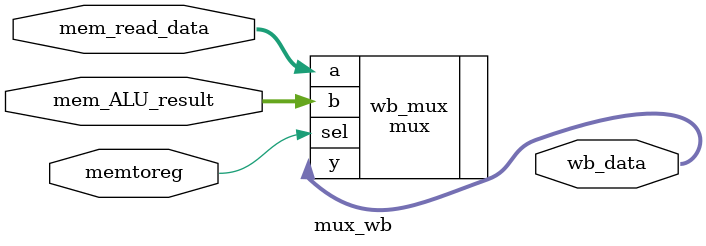
<source format=v>
`timescale 1ns / 1ps


module mux_wb(
    output wire [31:0] wb_data,
    input wire [31:0] mem_read_data, mem_ALU_result,
    input wire memtoreg
    );
    
    mux wb_mux (
    .a(mem_read_data),
    .b(mem_ALU_result),
    .y(wb_data),
    .sel(memtoreg)
    );
endmodule

</source>
